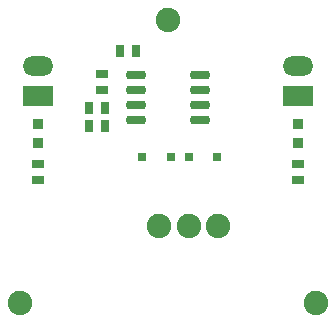
<source format=gts>
G04*
G04 #@! TF.GenerationSoftware,Altium Limited,Altium Designer,19.0.15 (446)*
G04*
G04 Layer_Color=8388736*
%FSLAX25Y25*%
%MOIN*%
G70*
G01*
G75*
%ADD17R,0.03016X0.02504*%
%ADD18R,0.03055X0.04039*%
%ADD19R,0.04039X0.03055*%
G04:AMPARAMS|DCode=20|XSize=64.02mil|YSize=26.61mil|CornerRadius=7.4mil|HoleSize=0mil|Usage=FLASHONLY|Rotation=180.000|XOffset=0mil|YOffset=0mil|HoleType=Round|Shape=RoundedRectangle|*
%AMROUNDEDRECTD20*
21,1,0.06402,0.01181,0,0,180.0*
21,1,0.04921,0.02661,0,0,180.0*
1,1,0.01480,-0.02461,0.00591*
1,1,0.01480,0.02461,0.00591*
1,1,0.01480,0.02461,-0.00591*
1,1,0.01480,-0.02461,-0.00591*
%
%ADD20ROUNDEDRECTD20*%
%ADD21R,0.03449X0.03449*%
%ADD22C,0.08173*%
%ADD23O,0.10142X0.06598*%
%ADD24R,0.10142X0.06598*%
D17*
X72000Y54469D02*
D03*
X62393D02*
D03*
X56573D02*
D03*
X46966D02*
D03*
D18*
X44881Y89969D02*
D03*
X39566D02*
D03*
X29181Y70969D02*
D03*
X34496D02*
D03*
Y64969D02*
D03*
X29181D02*
D03*
D19*
X33496Y76968D02*
D03*
Y82284D02*
D03*
X98818Y46968D02*
D03*
Y52284D02*
D03*
X12204D02*
D03*
Y46968D02*
D03*
D20*
X44881Y66969D02*
D03*
Y71969D02*
D03*
Y76968D02*
D03*
Y81968D02*
D03*
X66141D02*
D03*
Y76968D02*
D03*
Y71969D02*
D03*
Y66969D02*
D03*
D21*
X12204Y59161D02*
D03*
Y65461D02*
D03*
X98818D02*
D03*
Y59161D02*
D03*
D22*
X72236Y31496D02*
D03*
X62393D02*
D03*
X52551D02*
D03*
X55511Y100252D02*
D03*
X104727Y5906D02*
D03*
X6300D02*
D03*
D23*
X98818Y84969D02*
D03*
X12204D02*
D03*
D24*
X98818Y74968D02*
D03*
X12204D02*
D03*
M02*

</source>
